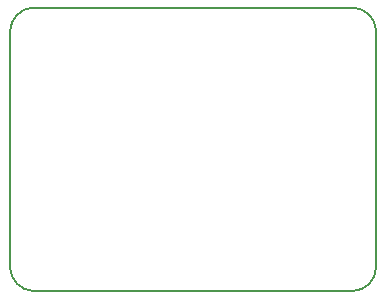
<source format=gbr>
%TF.GenerationSoftware,Novarm,DipTrace,3.2.0.1*%
%TF.CreationDate,2019-10-13T00:02:05+02:00*%
%FSLAX35Y35*%
%MOMM*%
%TF.FileFunction,Profile*%
%TF.Part,Single*%
%ADD11C,0.14*%
G75*
G01*
%LPD*%
X-1550000Y1000000D2*
D11*
G02X-1350000Y1200000I205000J-5000D01*
G01*
X1350000D1*
G02X1550000Y1000000I-5000J-205000D01*
G01*
Y-1000000D1*
G02X1350000Y-1200000I-205000J5000D01*
G01*
X-1350000D1*
G02X-1550000Y-1000000I5000J205000D01*
G01*
Y1000000D1*
M02*

</source>
